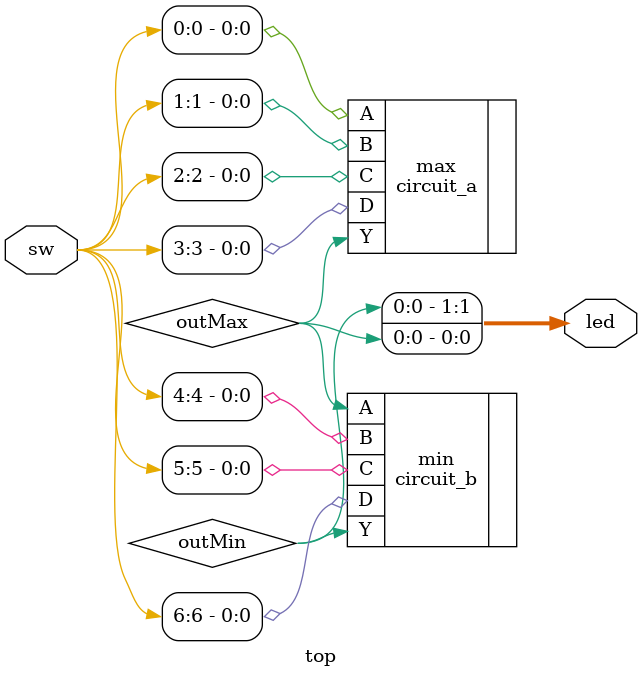
<source format=v>
module top(
    input [6:0] sw,
    output [1:0] led
);

    wire outMax, outMin;
    
    circuit_a max (
    .A(sw[0]),
    .B(sw[1]),
    .C(sw[2]),
    .D(sw[3]),
    .Y(outMax)
    );
    
    circuit_b min (
    .A(outMax),
    .B(sw[4]),
    .C(sw[5]),
    .D(sw[6]),
    .Y(outMin)
    );
    
    assign led[0] = outMax;
    assign led[1] = outMin;
    
endmodule
</source>
